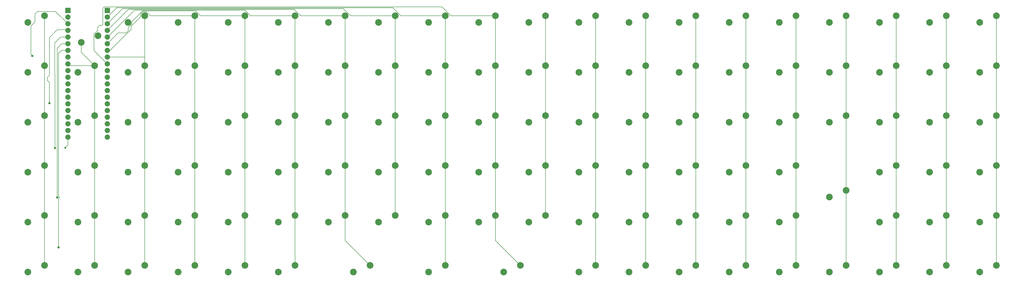
<source format=gbr>
G04 EAGLE Gerber RS-274X export*
G75*
%MOMM*%
%FSLAX34Y34*%
%LPD*%
%INTop Copper*%
%IPPOS*%
%AMOC8*
5,1,8,0,0,1.08239X$1,22.5*%
G01*
%ADD10C,2.540000*%
%ADD11R,2.000000X2.000000*%
%ADD12C,2.000000*%
%ADD13C,0.906400*%
%ADD14C,0.152400*%
%ADD15C,0.756400*%


D10*
X152400Y1168400D03*
X215900Y1193800D03*
X419100Y1117600D03*
X355600Y1092200D03*
X533400Y1168400D03*
X596900Y1193800D03*
X723900Y1168400D03*
X787400Y1193800D03*
X914400Y1168400D03*
X977900Y1193800D03*
X1104900Y1168400D03*
X1168400Y1193800D03*
X1295400Y1168400D03*
X1358900Y1193800D03*
X1485900Y1168400D03*
X1549400Y1193800D03*
X1676400Y1168400D03*
X1739900Y1193800D03*
X1866900Y1168400D03*
X1930400Y1193800D03*
X2057400Y1168400D03*
X2120900Y1193800D03*
X2247900Y1168400D03*
X2311400Y1193800D03*
X2438400Y1168400D03*
X2501900Y1193800D03*
X2628900Y1168400D03*
X2692400Y1193800D03*
X2819400Y1168400D03*
X2882900Y1193800D03*
X3009900Y1168400D03*
X3073400Y1193800D03*
X3200400Y1168400D03*
X3263900Y1193800D03*
X3390900Y1168400D03*
X3454400Y1193800D03*
X3581400Y1168400D03*
X3644900Y1193800D03*
X3771900Y1168400D03*
X3835400Y1193800D03*
X152400Y977900D03*
X215900Y1003300D03*
X342900Y977900D03*
X406400Y1003300D03*
X533400Y977900D03*
X596900Y1003300D03*
X723900Y977900D03*
X787400Y1003300D03*
X914400Y977900D03*
X977900Y1003300D03*
X1104900Y977900D03*
X1168400Y1003300D03*
X1295400Y977900D03*
X1358900Y1003300D03*
X1485900Y977900D03*
X1549400Y1003300D03*
X1676400Y977900D03*
X1739900Y1003300D03*
X1866900Y977900D03*
X1930400Y1003300D03*
X2057400Y977900D03*
X2120900Y1003300D03*
X2247900Y977900D03*
X2311400Y1003300D03*
X2438400Y977900D03*
X2501900Y1003300D03*
X2628900Y977900D03*
X2692400Y1003300D03*
X2819400Y977900D03*
X2882900Y1003300D03*
X3009900Y977900D03*
X3073400Y1003300D03*
X3200400Y977900D03*
X3263900Y1003300D03*
X3390900Y977900D03*
X3454400Y1003300D03*
X3581400Y977900D03*
X3644900Y1003300D03*
X3771900Y977900D03*
X3835400Y1003300D03*
X152400Y787400D03*
X215900Y812800D03*
X342900Y787400D03*
X406400Y812800D03*
X533400Y787400D03*
X596900Y812800D03*
X723900Y787400D03*
X787400Y812800D03*
X914400Y787400D03*
X977900Y812800D03*
X1104900Y787400D03*
X1168400Y812800D03*
X1295400Y787400D03*
X1358900Y812800D03*
X1485900Y787400D03*
X1549400Y812800D03*
X1676400Y787400D03*
X1739900Y812800D03*
X1866900Y787400D03*
X1930400Y812800D03*
X2057400Y787400D03*
X2120900Y812800D03*
X2247900Y787400D03*
X2311400Y812800D03*
X2438400Y787400D03*
X2501900Y812800D03*
X2628900Y787400D03*
X2692400Y812800D03*
X2819400Y787400D03*
X2882900Y812800D03*
X3009900Y787400D03*
X3073400Y812800D03*
X3200400Y787400D03*
X3263900Y812800D03*
X3390900Y787400D03*
X3454400Y812800D03*
X3581400Y787400D03*
X3644900Y812800D03*
X3771900Y787400D03*
X3835400Y812800D03*
X152400Y596900D03*
X215900Y622300D03*
X342900Y596900D03*
X406400Y622300D03*
X533400Y596900D03*
X596900Y622300D03*
X723900Y596900D03*
X787400Y622300D03*
X914400Y596900D03*
X977900Y622300D03*
X1104900Y596900D03*
X1168400Y622300D03*
X1295400Y596900D03*
X1358900Y622300D03*
X1485900Y596900D03*
X1549400Y622300D03*
X1676400Y596900D03*
X1739900Y622300D03*
X1866900Y596900D03*
X1930400Y622300D03*
X2057400Y596900D03*
X2120900Y622300D03*
X2247900Y596900D03*
X2311400Y622300D03*
X2438400Y596900D03*
X2501900Y622300D03*
X2628900Y596900D03*
X2692400Y622300D03*
X2819400Y596900D03*
X2882900Y622300D03*
X3009900Y596900D03*
X3073400Y622300D03*
X3390900Y596900D03*
X3454400Y622300D03*
X3581400Y596900D03*
X3644900Y622300D03*
X3771900Y596900D03*
X3835400Y622300D03*
X152400Y406400D03*
X215900Y431800D03*
X342900Y406400D03*
X406400Y431800D03*
X533400Y406400D03*
X596900Y431800D03*
X723900Y406400D03*
X787400Y431800D03*
X914400Y406400D03*
X977900Y431800D03*
X1104900Y406400D03*
X1168400Y431800D03*
X1295400Y406400D03*
X1358900Y431800D03*
X1485900Y406400D03*
X1549400Y431800D03*
X1676400Y406400D03*
X1739900Y431800D03*
X1866900Y406400D03*
X1930400Y431800D03*
X2057400Y406400D03*
X2120900Y431800D03*
X2247900Y406400D03*
X2311400Y431800D03*
X2438400Y406400D03*
X2501900Y431800D03*
X2628900Y406400D03*
X2692400Y431800D03*
X2819400Y406400D03*
X2882900Y431800D03*
X3009900Y406400D03*
X3073400Y431800D03*
X3390900Y406400D03*
X3454400Y431800D03*
X3581400Y406400D03*
X3644900Y431800D03*
X3771900Y406400D03*
X3835400Y431800D03*
X152400Y215900D03*
X215900Y241300D03*
X342900Y215900D03*
X406400Y241300D03*
X533400Y215900D03*
X596900Y241300D03*
X723900Y215900D03*
X787400Y241300D03*
X914400Y215900D03*
X977900Y241300D03*
X1104900Y215900D03*
X1168400Y241300D03*
X1676400Y215900D03*
X1739900Y241300D03*
X2247900Y215900D03*
X2311400Y241300D03*
X2438400Y215900D03*
X2501900Y241300D03*
X2628900Y215900D03*
X2692400Y241300D03*
X2819400Y215900D03*
X2882900Y241300D03*
X3009900Y215900D03*
X3073400Y241300D03*
X3200400Y215900D03*
X3263900Y241300D03*
X3390900Y215900D03*
X3454400Y241300D03*
X3581400Y215900D03*
X3644900Y241300D03*
X3771900Y215900D03*
X3835400Y241300D03*
X1390650Y215900D03*
X1454150Y241300D03*
X1962150Y215900D03*
X2025650Y241300D03*
X3200400Y501650D03*
X3263900Y527050D03*
D11*
X455000Y1213900D03*
D12*
X455000Y1188500D03*
X455000Y1163100D03*
X455000Y1137700D03*
X455000Y1112300D03*
X455000Y1086900D03*
X455000Y1061500D03*
X455000Y1036100D03*
D11*
X305000Y1213900D03*
D12*
X305000Y1188500D03*
X305000Y1163100D03*
X305000Y1137700D03*
X305000Y1112300D03*
X305000Y1086900D03*
X305000Y1061500D03*
X305000Y1036100D03*
X305000Y1009700D03*
X305000Y984300D03*
X305000Y958900D03*
X305000Y933500D03*
X305000Y908100D03*
X305000Y882700D03*
X305000Y857300D03*
X305000Y831900D03*
X305000Y806500D03*
X305000Y781100D03*
X305000Y755700D03*
X305000Y730300D03*
X455000Y1009700D03*
X455000Y984300D03*
X455000Y958900D03*
X455000Y933500D03*
X455000Y908100D03*
X455000Y882700D03*
X455000Y857300D03*
X455000Y831900D03*
X455000Y806500D03*
X455000Y781100D03*
X455000Y755700D03*
X455000Y730300D03*
D13*
X169715Y1040051D03*
D14*
X164658Y1153704D02*
X165000Y1154046D01*
X165000Y1155000D01*
X164658Y1045107D02*
X169715Y1040051D01*
X164658Y1045107D02*
X164658Y1153704D01*
X165000Y1155000D02*
X180000Y1170000D01*
X180000Y1200000D01*
X190000Y1210000D01*
X258100Y1210000D01*
X305000Y1163100D01*
D13*
X255990Y688797D03*
D14*
X255925Y688862D02*
X255925Y969075D01*
X255925Y688862D02*
X255990Y688797D01*
X255000Y970000D02*
X255000Y1090000D01*
X277300Y1112300D02*
X305000Y1112300D01*
X277300Y1112300D02*
X255000Y1090000D01*
X255000Y970000D02*
X255925Y969075D01*
D13*
X265000Y500000D03*
D14*
X265000Y1070000D01*
X281900Y1086900D02*
X305000Y1086900D01*
X281900Y1086900D02*
X265000Y1070000D01*
D13*
X270000Y310000D03*
D14*
X270000Y495358D01*
X271818Y497176D01*
X271818Y502824D01*
X270000Y504642D01*
X281500Y1061500D02*
X305000Y1061500D01*
X270000Y1050000D02*
X270000Y504642D01*
X270000Y1050000D02*
X281500Y1061500D01*
D13*
X234765Y860093D03*
D14*
X234765Y938752D01*
X226958Y946559D01*
X226958Y958441D01*
X235000Y966483D01*
X235000Y1110000D02*
X265000Y1140000D01*
X302700Y1140000D01*
X305000Y1137700D01*
X235000Y1110000D02*
X235000Y966483D01*
X215900Y1154146D02*
X215900Y1193800D01*
X215900Y1154146D02*
X216342Y1153704D01*
X216342Y1132296D01*
X215900Y1131854D01*
X215900Y1003300D01*
X215900Y960000D01*
X215900Y963646D02*
X215900Y1003300D01*
X215900Y963646D02*
X216342Y963204D01*
X216342Y941796D01*
X215900Y941354D01*
X215900Y812800D01*
X215900Y773146D01*
X216342Y772704D01*
X216342Y751296D01*
X215900Y750854D01*
X215900Y622300D01*
X215900Y582646D01*
X216342Y582204D01*
X216342Y560796D01*
X215900Y560354D01*
X215900Y431800D01*
X215900Y392146D01*
X216342Y391704D01*
X216342Y370296D01*
X215900Y369854D01*
X215900Y241300D01*
X406400Y963646D02*
X406400Y1003300D01*
X406400Y963646D02*
X406842Y963204D01*
X406842Y941796D01*
X406400Y941354D01*
X406400Y812800D01*
X406400Y773146D01*
X406842Y772704D01*
X406842Y751296D01*
X406400Y750854D01*
X406400Y622300D01*
X406400Y582646D01*
X406842Y582204D01*
X406842Y560796D01*
X406400Y560354D01*
X406400Y431800D01*
X406400Y392146D01*
X406842Y391704D01*
X406842Y370296D01*
X406400Y369854D01*
X406400Y241300D01*
X355600Y1054100D02*
X355600Y1092200D01*
X355600Y1054100D02*
X406400Y1003300D01*
X311400Y1003300D01*
X305000Y1009700D01*
X596900Y1154146D02*
X596900Y1193800D01*
X596900Y1154146D02*
X597342Y1153704D01*
X597342Y1132296D01*
X596900Y1131854D01*
X596900Y1035000D01*
X596900Y1003300D01*
X596900Y963646D01*
X597342Y963204D01*
X597342Y941796D01*
X596900Y941354D01*
X596900Y812800D01*
X596900Y773146D01*
X597342Y772704D01*
X597342Y751296D01*
X596900Y750854D01*
X596900Y622300D01*
X596900Y582646D01*
X597342Y582204D01*
X597342Y560796D01*
X596900Y560354D01*
X596900Y431800D01*
X596900Y392146D01*
X597342Y391704D01*
X597342Y370296D01*
X596900Y369854D01*
X596900Y241300D01*
X595800Y1036100D02*
X455000Y1036100D01*
X595800Y1036100D02*
X596900Y1035000D01*
X787400Y1154146D02*
X787400Y1193800D01*
X787400Y1154146D02*
X787842Y1153704D01*
X787842Y1132296D01*
X787400Y1131854D01*
X787400Y1003300D01*
X787400Y963646D01*
X787842Y963204D01*
X787842Y941796D01*
X787400Y941354D01*
X787400Y812800D01*
X787400Y773146D01*
X787842Y772704D01*
X787842Y751296D01*
X787400Y750854D01*
X787400Y622300D01*
X787400Y582646D01*
X787842Y582204D01*
X787842Y560796D01*
X787400Y560354D01*
X787400Y431800D01*
X787400Y392146D01*
X787842Y391704D01*
X787842Y370296D01*
X787400Y369854D01*
X787400Y241300D01*
X603107Y1208786D02*
X590693Y1208786D01*
X581914Y1200007D01*
X545658Y1153704D02*
X545658Y1142328D01*
X464830Y1061500D01*
X455000Y1061500D01*
X618093Y1193800D02*
X787400Y1193800D01*
X618093Y1193800D02*
X603107Y1208786D01*
X581914Y1200007D02*
X581914Y1189960D01*
X545658Y1153704D01*
X977900Y1154146D02*
X977900Y1193800D01*
X977900Y1154146D02*
X978342Y1153704D01*
X978342Y1132296D01*
X977900Y1131854D01*
X977900Y1003300D01*
X977900Y963646D01*
X978342Y963204D01*
X978342Y941796D01*
X977900Y941354D01*
X977900Y812800D01*
X977900Y773146D01*
X978342Y772704D01*
X978342Y751296D01*
X977900Y750854D01*
X977900Y622300D01*
X977900Y582646D01*
X978342Y582204D01*
X978342Y560796D01*
X977900Y560354D01*
X977900Y431800D01*
X977900Y392146D01*
X978342Y391704D01*
X978342Y370296D01*
X977900Y369854D01*
X977900Y241300D01*
X526641Y1128658D02*
X535042Y1137059D01*
X808593Y1193800D02*
X977900Y1193800D01*
X496758Y1128658D02*
X455000Y1086900D01*
X496758Y1128658D02*
X526641Y1128658D01*
X535042Y1137059D02*
X535042Y1148849D01*
X548386Y1162193D01*
X790559Y1211834D02*
X808593Y1193800D01*
X790559Y1211834D02*
X589430Y1211834D01*
X548386Y1170790D01*
X548386Y1162193D01*
X1168400Y1154146D02*
X1168400Y1193800D01*
X1168400Y1154146D02*
X1168842Y1153704D01*
X1168842Y1132296D01*
X1168400Y1131854D01*
X1168400Y1003300D01*
X1168400Y963646D01*
X1168842Y963204D01*
X1168842Y941796D01*
X1168400Y941354D01*
X1168400Y812800D01*
X1168400Y773146D01*
X1168842Y772704D01*
X1168842Y751296D01*
X1168400Y750854D01*
X1168400Y622300D01*
X1168400Y582646D01*
X1168842Y582204D01*
X1168842Y560796D01*
X1168400Y560354D01*
X1168400Y431800D01*
X1168400Y392146D01*
X1168842Y391704D01*
X1168842Y370296D01*
X1168400Y369854D01*
X1168400Y241300D01*
X456107Y1112300D02*
X558689Y1214882D01*
X456107Y1112300D02*
X455000Y1112300D01*
X999093Y1193800D02*
X1168400Y1193800D01*
X999093Y1193800D02*
X978011Y1214882D01*
X558689Y1214882D01*
X1358900Y1193800D02*
X1358900Y1154146D01*
X1359342Y1153704D01*
X1359342Y1132296D01*
X1358900Y1131854D01*
X1358900Y1003300D01*
X1358900Y963646D01*
X1359342Y963204D01*
X1359342Y941796D01*
X1358900Y941354D01*
X1358900Y812800D01*
X1358900Y773146D01*
X1359342Y772704D01*
X1359342Y751296D01*
X1358900Y750854D01*
X1358900Y622300D01*
X1358900Y582646D01*
X1359342Y582204D01*
X1359342Y560796D01*
X1358900Y560354D01*
X1358900Y431800D01*
X1358900Y392146D01*
X1359342Y391704D01*
X1359342Y336108D02*
X1454150Y241300D01*
X1359342Y336108D02*
X1359342Y391704D01*
X1358900Y1193800D02*
X1189593Y1193800D01*
X1165463Y1217930D01*
X535230Y1217930D01*
X455000Y1137700D01*
X1549400Y1154146D02*
X1549400Y1193800D01*
X1549400Y1154146D02*
X1549842Y1153704D01*
X1549842Y1132296D01*
X1549400Y1131854D01*
X1549400Y1003300D01*
X1549400Y963646D01*
X1549842Y963204D01*
X1549842Y941796D01*
X1549400Y941354D01*
X1549400Y812800D01*
X1549400Y773146D01*
X1549842Y772704D01*
X1549842Y751296D01*
X1549400Y750854D01*
X1549400Y622300D01*
X1549400Y582646D01*
X1549842Y582204D01*
X1549842Y560796D01*
X1549400Y560354D01*
X1549400Y431800D01*
X1549400Y1193800D02*
X1380093Y1193800D01*
X1352915Y1220978D01*
X512878Y1220978D01*
X455000Y1163100D01*
X1739900Y1154146D02*
X1739900Y1193800D01*
X1739900Y1154146D02*
X1740342Y1153704D01*
X1740342Y1132296D01*
X1739900Y1131854D01*
X1739900Y1003300D01*
X1739900Y963646D01*
X1740342Y963204D01*
X1740342Y941796D01*
X1739900Y941354D01*
X1739900Y812800D01*
X1739900Y773146D01*
X1740342Y772704D01*
X1740342Y751296D01*
X1739900Y750854D01*
X1739900Y622300D01*
X1739900Y582646D01*
X1740342Y582204D01*
X1740342Y560796D01*
X1739900Y560354D01*
X1739900Y431800D01*
X1739900Y392146D01*
X1740342Y391704D01*
X1740342Y370296D01*
X1739900Y369854D01*
X1739900Y241300D01*
X1739900Y1193800D02*
X1570593Y1193800D01*
X1540367Y1224026D01*
X490526Y1224026D01*
X455000Y1188500D01*
X1930400Y1193800D02*
X1930400Y1154146D01*
X1930842Y1153704D01*
X1930842Y1132296D01*
X1930400Y1131854D01*
X1930400Y1003300D01*
X1930400Y963646D01*
X1930842Y963204D01*
X1930842Y941796D01*
X1930400Y941354D01*
X1930400Y812800D01*
X1930400Y773146D01*
X1930842Y772704D01*
X1930842Y751296D01*
X1930400Y750854D01*
X1930400Y622300D01*
X1930400Y582646D01*
X1930842Y582204D01*
X1930842Y560796D01*
X1930400Y560354D01*
X1930400Y431800D01*
X1930400Y392146D01*
X1930842Y391704D01*
X1930842Y336108D02*
X2025650Y241300D01*
X1930842Y336108D02*
X1930842Y391704D01*
X1930400Y1193800D02*
X1761093Y1193800D01*
X1727819Y1227074D01*
X442391Y1227074D01*
X437939Y1222623D01*
X437939Y1026761D02*
X455000Y1009700D01*
X437939Y1160000D02*
X437939Y1222623D01*
X425859Y1157342D02*
X417458Y1148941D01*
X435281Y1157342D02*
X437939Y1160000D01*
X435281Y1157342D02*
X425859Y1157342D01*
X417458Y1137151D02*
X404114Y1123807D01*
X404114Y1060586D01*
X437939Y1026761D01*
X417458Y1137151D02*
X417458Y1148941D01*
X2120900Y1154146D02*
X2120900Y1193800D01*
X2120900Y1154146D02*
X2121342Y1153704D01*
X2121342Y1132296D01*
X2120900Y1131854D01*
X2120900Y1003300D01*
X2120900Y963646D01*
X2121342Y963204D01*
X2121342Y941796D01*
X2120900Y941354D01*
X2120900Y812800D01*
X2120900Y773146D01*
X2121342Y772704D01*
X2121342Y751296D01*
X2120900Y750854D01*
X2120900Y622300D01*
X2120900Y582646D01*
X2121342Y582204D01*
X2121342Y560796D01*
X2120900Y560354D01*
X2120900Y431800D01*
X2311400Y1154146D02*
X2311400Y1193800D01*
X2311400Y1154146D02*
X2311842Y1153704D01*
X2311842Y1132296D01*
X2311400Y1131854D01*
X2311400Y1003300D01*
X2311400Y963646D01*
X2311842Y963204D01*
X2311842Y941796D01*
X2311400Y941354D01*
X2311400Y812800D01*
X2311400Y773146D01*
X2311842Y772704D01*
X2311842Y751296D01*
X2311400Y750854D01*
X2311400Y622300D01*
X2311400Y582646D01*
X2311842Y582204D01*
X2311842Y560796D01*
X2311400Y560354D01*
X2311400Y431800D01*
X2311400Y392146D01*
X2311842Y391704D01*
X2311842Y370296D01*
X2311400Y369854D01*
X2311400Y241300D01*
X2501900Y1154146D02*
X2501900Y1193800D01*
X2501900Y1154146D02*
X2502342Y1153704D01*
X2502342Y1132296D01*
X2501900Y1131854D01*
X2501900Y1003300D01*
X2501900Y963646D01*
X2502342Y963204D01*
X2502342Y941796D01*
X2501900Y941354D01*
X2501900Y812800D01*
X2501900Y773146D01*
X2502342Y772704D01*
X2502342Y751296D01*
X2501900Y750854D01*
X2501900Y622300D01*
X2501900Y582646D01*
X2502342Y582204D01*
X2502342Y560796D01*
X2501900Y560354D01*
X2501900Y431800D01*
X2501900Y392146D01*
X2502342Y391704D01*
X2502342Y370296D01*
X2501900Y369854D01*
X2501900Y241300D01*
X2692400Y1154146D02*
X2692400Y1193800D01*
X2692400Y1154146D02*
X2692842Y1153704D01*
X2692842Y1132296D01*
X2692400Y1131854D01*
X2692400Y1003300D01*
X2692400Y963646D01*
X2692842Y963204D01*
X2692842Y941796D01*
X2692400Y941354D01*
X2692400Y812800D01*
X2692400Y773146D01*
X2692842Y772704D01*
X2692842Y751296D01*
X2692400Y750854D01*
X2692400Y622300D01*
X2692400Y582646D01*
X2692842Y582204D01*
X2692842Y560796D01*
X2692400Y560354D01*
X2692400Y431800D01*
X2692400Y392146D01*
X2692842Y391704D01*
X2692842Y370296D01*
X2692400Y369854D01*
X2692400Y241300D01*
X2882900Y1154146D02*
X2882900Y1193800D01*
X2882900Y1154146D02*
X2883342Y1153704D01*
X2883342Y1132296D01*
X2882900Y1131854D01*
X2882900Y1003300D01*
X2882900Y963646D01*
X2883342Y963204D01*
X2883342Y941796D01*
X2882900Y941354D01*
X2882900Y812800D01*
X2882900Y773146D01*
X2883342Y772704D01*
X2883342Y751296D01*
X2882900Y750854D01*
X2882900Y622300D01*
X2882900Y582646D01*
X2883342Y582204D01*
X2883342Y560796D01*
X2882900Y560354D01*
X2882900Y431800D01*
X2882900Y392146D01*
X2883342Y391704D01*
X2883342Y370296D01*
X2882900Y369854D01*
X2882900Y241300D01*
X3073400Y1154146D02*
X3073400Y1193800D01*
X3073400Y1154146D02*
X3073842Y1153704D01*
X3073842Y1132296D01*
X3073400Y1131854D01*
X3073400Y1003300D01*
X3073400Y963646D01*
X3073842Y963204D01*
X3073842Y941796D01*
X3073400Y941354D01*
X3073400Y812800D01*
X3073400Y773146D01*
X3073842Y772704D01*
X3073842Y751296D01*
X3073400Y750854D01*
X3073400Y622300D01*
X3073400Y582646D01*
X3073842Y582204D01*
X3073842Y560796D01*
X3073400Y560354D01*
X3073400Y431800D01*
X3073400Y392146D01*
X3073842Y391704D01*
X3073842Y370296D01*
X3073400Y369854D01*
X3073400Y241300D01*
X3263900Y1154146D02*
X3263900Y1193800D01*
X3263900Y1154146D02*
X3264342Y1153704D01*
X3264342Y1132296D01*
X3263900Y1131854D01*
X3263900Y1003300D01*
X3263900Y963646D01*
X3264342Y963204D01*
X3264342Y941796D01*
X3263900Y941354D01*
X3263900Y812800D01*
X3263900Y773146D01*
X3264342Y772704D01*
X3264342Y751296D01*
X3263900Y750854D01*
X3263900Y527050D01*
X3263900Y487396D01*
X3264342Y486954D01*
X3264342Y465546D01*
X3263900Y465104D01*
X3263900Y241300D01*
X3454400Y1154146D02*
X3454400Y1193800D01*
X3454400Y1154146D02*
X3454842Y1153704D01*
X3454842Y1132296D01*
X3454400Y1131854D01*
X3454400Y1003300D01*
X3454400Y963646D01*
X3454842Y963204D01*
X3454842Y941796D01*
X3454400Y941354D01*
X3454400Y812800D01*
X3454400Y773146D01*
X3454842Y772704D01*
X3454842Y751296D01*
X3454400Y750854D01*
X3454400Y622300D01*
X3454400Y582646D01*
X3454842Y582204D01*
X3454842Y560796D01*
X3454400Y560354D01*
X3454400Y431800D01*
X3454400Y392146D01*
X3454842Y391704D01*
X3454842Y370296D01*
X3454400Y369854D01*
X3454400Y241300D01*
X3644900Y1154146D02*
X3644900Y1193800D01*
X3644900Y1154146D02*
X3645342Y1153704D01*
X3645342Y1132296D01*
X3644900Y1131854D01*
X3644900Y1003300D01*
X3644900Y963646D01*
X3645342Y963204D01*
X3645342Y941796D01*
X3644900Y941354D01*
X3644900Y812800D01*
X3644900Y773146D01*
X3645342Y772704D01*
X3645342Y751296D01*
X3644900Y750854D01*
X3644900Y622300D01*
X3644900Y582646D01*
X3645342Y582204D01*
X3645342Y560796D01*
X3644900Y560354D01*
X3644900Y431800D01*
X3644900Y392146D01*
X3645342Y391704D01*
X3645342Y370296D01*
X3644900Y369854D01*
X3644900Y241300D01*
X3835400Y1154146D02*
X3835400Y1193800D01*
X3835400Y1154146D02*
X3835842Y1153704D01*
X3835842Y1132296D01*
X3835400Y1131854D01*
X3835400Y1003300D01*
X3835400Y963646D01*
X3835842Y963204D01*
X3835842Y819158D02*
X3840000Y815000D01*
X3835842Y819158D02*
X3835842Y963204D01*
X3840000Y815000D02*
X3837800Y812800D01*
X3835400Y812800D01*
X3835400Y773146D01*
X3835842Y772704D01*
X3835842Y751296D01*
X3835400Y750854D01*
X3835400Y622300D01*
X3835400Y582646D01*
X3835842Y582204D01*
X3835842Y560796D01*
X3835400Y560354D01*
X3835400Y431800D01*
X3835400Y392146D01*
X3835842Y391704D01*
X3835842Y370296D01*
X3835400Y369854D01*
X3835400Y241300D01*
X305000Y700000D02*
X305000Y730300D01*
X305000Y700000D02*
X295000Y690000D01*
D15*
X295000Y690000D03*
M02*

</source>
